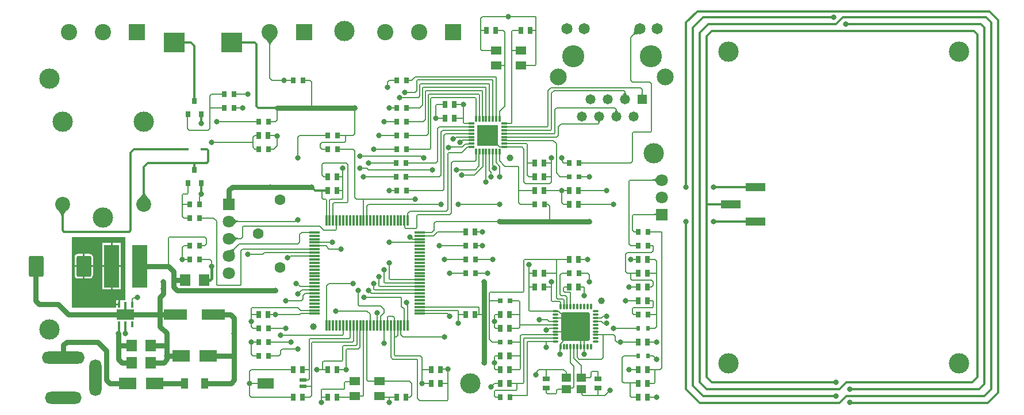
<source format=gtl>
G04*
G04 #@! TF.GenerationSoftware,Altium Limited,Altium Designer,22.11.1 (43)*
G04*
G04 Layer_Physical_Order=1*
G04 Layer_Color=255*
%FSLAX26Y26*%
%MOIN*%
G70*
G04*
G04 #@! TF.SameCoordinates,FE5708A9-2E2A-4F9C-B417-3F3F3253DDB8*
G04*
G04*
G04 #@! TF.FilePolarity,Positive*
G04*
G01*
G75*
%ADD15R,0.062992X0.070866*%
%ADD16R,0.137795X0.062992*%
%ADD17R,0.116535X0.050000*%
%ADD18R,0.062992X0.049213*%
%ADD19R,0.027559X0.039370*%
G04:AMPARAMS|DCode=20|XSize=33.071mil|YSize=10.63mil|CornerRadius=1.329mil|HoleSize=0mil|Usage=FLASHONLY|Rotation=270.000|XOffset=0mil|YOffset=0mil|HoleType=Round|Shape=RoundedRectangle|*
%AMROUNDEDRECTD20*
21,1,0.033071,0.007973,0,0,270.0*
21,1,0.030413,0.010630,0,0,270.0*
1,1,0.002657,-0.003986,-0.015207*
1,1,0.002657,-0.003986,0.015207*
1,1,0.002657,0.003986,0.015207*
1,1,0.002657,0.003986,-0.015207*
%
%ADD20ROUNDEDRECTD20*%
G04:AMPARAMS|DCode=21|XSize=33.071mil|YSize=10.63mil|CornerRadius=1.329mil|HoleSize=0mil|Usage=FLASHONLY|Rotation=180.000|XOffset=0mil|YOffset=0mil|HoleType=Round|Shape=RoundedRectangle|*
%AMROUNDEDRECTD21*
21,1,0.033071,0.007973,0,0,180.0*
21,1,0.030413,0.010630,0,0,180.0*
1,1,0.002657,-0.015207,0.003986*
1,1,0.002657,0.015207,0.003986*
1,1,0.002657,0.015207,-0.003986*
1,1,0.002657,-0.015207,-0.003986*
%
%ADD21ROUNDEDRECTD21*%
G04:AMPARAMS|DCode=23|XSize=85.827mil|YSize=122.835mil|CornerRadius=10.728mil|HoleSize=0mil|Usage=FLASHONLY|Rotation=0.000|XOffset=0mil|YOffset=0mil|HoleType=Round|Shape=RoundedRectangle|*
%AMROUNDEDRECTD23*
21,1,0.085827,0.101378,0,0,0.0*
21,1,0.064370,0.122835,0,0,0.0*
1,1,0.021457,0.032185,-0.050689*
1,1,0.021457,-0.032185,-0.050689*
1,1,0.021457,-0.032185,0.050689*
1,1,0.021457,0.032185,0.050689*
%
%ADD23ROUNDEDRECTD23*%
%ADD24C,0.039370*%
%ADD25R,0.098425X0.066929*%
%ADD26R,0.025591X0.035433*%
%ADD27R,0.029528X0.027559*%
%ADD28R,0.061024X0.011811*%
%ADD29R,0.011811X0.061024*%
%ADD30R,0.120079X0.118110*%
%ADD31R,0.031496X0.035433*%
%ADD32R,0.043307X0.023622*%
%ADD33R,0.094488X0.059055*%
%ADD34R,0.086614X0.248031*%
%ADD35R,0.016535X0.033071*%
%ADD36R,0.039370X0.062992*%
%ADD37R,0.023228X0.017716*%
G04:AMPARAMS|DCode=38|XSize=165.354mil|YSize=165.354mil|CornerRadius=8.268mil|HoleSize=0mil|Usage=FLASHONLY|Rotation=0.000|XOffset=0mil|YOffset=0mil|HoleType=Round|Shape=RoundedRectangle|*
%AMROUNDEDRECTD38*
21,1,0.165354,0.148819,0,0,0.0*
21,1,0.148819,0.165354,0,0,0.0*
1,1,0.016535,0.074409,-0.074409*
1,1,0.016535,-0.074409,-0.074409*
1,1,0.016535,-0.074409,0.074409*
1,1,0.016535,0.074409,0.074409*
%
%ADD38ROUNDEDRECTD38*%
G04:AMPARAMS|DCode=39|XSize=31.496mil|YSize=11.811mil|CornerRadius=2.953mil|HoleSize=0mil|Usage=FLASHONLY|Rotation=270.000|XOffset=0mil|YOffset=0mil|HoleType=Round|Shape=RoundedRectangle|*
%AMROUNDEDRECTD39*
21,1,0.031496,0.005905,0,0,270.0*
21,1,0.025590,0.011811,0,0,270.0*
1,1,0.005906,-0.002953,-0.012795*
1,1,0.005906,-0.002953,0.012795*
1,1,0.005906,0.002953,0.012795*
1,1,0.005906,0.002953,-0.012795*
%
%ADD39ROUNDEDRECTD39*%
G04:AMPARAMS|DCode=40|XSize=31.496mil|YSize=11.811mil|CornerRadius=2.953mil|HoleSize=0mil|Usage=FLASHONLY|Rotation=180.000|XOffset=0mil|YOffset=0mil|HoleType=Round|Shape=RoundedRectangle|*
%AMROUNDEDRECTD40*
21,1,0.031496,0.005905,0,0,180.0*
21,1,0.025590,0.011811,0,0,180.0*
1,1,0.005906,-0.012795,0.002953*
1,1,0.005906,0.012795,0.002953*
1,1,0.005906,0.012795,-0.002953*
1,1,0.005906,-0.012795,-0.002953*
%
%ADD40ROUNDEDRECTD40*%
%ADD41R,0.023622X0.031496*%
%ADD42R,0.039370X0.027559*%
%ADD43R,0.055118X0.047244*%
%ADD90R,0.122047X0.122047*%
%ADD91R,0.098425X0.062992*%
%ADD92C,0.014000*%
%ADD93C,0.008000*%
%ADD94C,0.030000*%
%ADD95C,0.015000*%
%ADD96O,0.248031X0.070866*%
%ADD97O,0.212598X0.070866*%
%ADD98O,0.070866X0.212598*%
%ADD99C,0.097441*%
%ADD100C,0.064961*%
%ADD101C,0.058189*%
%ADD102R,0.058189X0.058189*%
%ADD103C,0.128346*%
%ADD104C,0.062992*%
%ADD105R,0.094488X0.094488*%
%ADD106C,0.094488*%
%ADD107C,0.086614*%
%ADD108C,0.086614*%
%ADD109C,0.118110*%
%ADD110R,0.070866X0.070866*%
%ADD111C,0.070866*%
%ADD112C,0.032000*%
G36*
X600000Y641032D02*
X585038D01*
X580866Y643032D01*
Y643032D01*
X580866Y643032D01*
X567598D01*
Y616496D01*
X562598D01*
Y611496D01*
X544331D01*
Y600000D01*
X290000D01*
Y1010000D01*
X600000D01*
Y641032D01*
D02*
G37*
G36*
X1235317Y939660D02*
X1233419Y937559D01*
X1231862Y935396D01*
X1230647Y933169D01*
X1229774Y930880D01*
X1229243Y928527D01*
X1229052Y926111D01*
X1229204Y923632D01*
X1229697Y921090D01*
X1230531Y918485D01*
X1231707Y915816D01*
X1202156Y935367D01*
X1205398Y935274D01*
X1208505Y935396D01*
X1211476Y935735D01*
X1214313Y936289D01*
X1217015Y937060D01*
X1219582Y938047D01*
X1222014Y939250D01*
X1224311Y940670D01*
X1226473Y942305D01*
X1228500Y944157D01*
X1235317Y939660D01*
D02*
G37*
G36*
X1252923Y996000D02*
X1250123Y995863D01*
X1247452Y995451D01*
X1244908Y994765D01*
X1242493Y993805D01*
X1240205Y992571D01*
X1238045Y991062D01*
X1236013Y989279D01*
X1234110Y987221D01*
X1232334Y984890D01*
X1230686Y982284D01*
Y1017716D01*
X1232334Y1015110D01*
X1234110Y1012779D01*
X1236013Y1010721D01*
X1238045Y1008938D01*
X1240205Y1007429D01*
X1242493Y1006195D01*
X1244908Y1005235D01*
X1247452Y1004549D01*
X1250123Y1004137D01*
X1252923Y1004000D01*
Y996000D01*
D02*
G37*
G36*
X226779Y1130492D02*
X226546Y1133559D01*
X225846Y1136784D01*
X224681Y1140168D01*
X223048Y1143710D01*
X220950Y1147411D01*
X218386Y1151269D01*
X215355Y1155286D01*
X207894Y1163794D01*
X203464Y1168286D01*
X264094D01*
X259664Y1163794D01*
X252203Y1155286D01*
X249172Y1151269D01*
X246608Y1147411D01*
X244509Y1143710D01*
X242877Y1140168D01*
X241712Y1136784D01*
X241012Y1133559D01*
X240779Y1130492D01*
X226779D01*
D02*
G37*
G36*
X713221Y1267935D02*
X713454Y1264868D01*
X714154Y1261642D01*
X715319Y1258258D01*
X716951Y1254716D01*
X719050Y1251016D01*
X721614Y1247157D01*
X724645Y1243140D01*
X732106Y1234632D01*
X736536Y1230141D01*
X675906D01*
X680336Y1234632D01*
X687797Y1243140D01*
X690827Y1247157D01*
X693392Y1251016D01*
X695490Y1254716D01*
X697123Y1258258D01*
X698288Y1261642D01*
X698988Y1264868D01*
X699221Y1267935D01*
X713221D01*
D02*
G37*
G36*
X1252923Y1096000D02*
X1250123Y1095863D01*
X1247452Y1095451D01*
X1244908Y1094765D01*
X1242493Y1093805D01*
X1240205Y1092571D01*
X1238045Y1091062D01*
X1236013Y1089279D01*
X1234110Y1087221D01*
X1232334Y1084890D01*
X1230686Y1082284D01*
Y1117716D01*
X1232334Y1115110D01*
X1234110Y1112779D01*
X1236013Y1110721D01*
X1238045Y1108938D01*
X1240205Y1107429D01*
X1242493Y1106195D01*
X1244908Y1105235D01*
X1247452Y1104549D01*
X1250123Y1104137D01*
X1252923Y1104000D01*
Y1096000D01*
D02*
G37*
G36*
X1433008Y2124579D02*
X1432717Y2127369D01*
X1431845Y2130466D01*
X1430391Y2133869D01*
X1428357Y2137578D01*
X1425740Y2141593D01*
X1422542Y2145914D01*
X1414402Y2155475D01*
X1403937Y2166261D01*
X1470079D01*
X1464555Y2160715D01*
X1451473Y2145914D01*
X1448276Y2141593D01*
X1445659Y2137578D01*
X1443624Y2133869D01*
X1442171Y2130466D01*
X1441299Y2127369D01*
X1441008Y2124579D01*
X1433008D01*
D02*
G37*
G36*
X3666687Y1144000D02*
X3668230Y1144040D01*
X3669610Y1144160D01*
X3670828Y1144360D01*
X3671884Y1144640D01*
X3672777Y1145000D01*
X3673508Y1145440D01*
X3674076Y1145960D01*
X3674482Y1146560D01*
X3674726Y1147240D01*
X3674807Y1148000D01*
Y1132000D01*
X3674726Y1132760D01*
X3674482Y1133440D01*
X3674076Y1134040D01*
X3673508Y1134560D01*
X3672777Y1135000D01*
X3671884Y1135360D01*
X3670828Y1135640D01*
X3669610Y1135840D01*
X3668230Y1135960D01*
X3666687Y1136000D01*
Y1144000D01*
D02*
G37*
G36*
X3657077Y1344000D02*
X3659876Y1344137D01*
X3662548Y1344549D01*
X3665092Y1345235D01*
X3667508Y1346195D01*
X3669795Y1347429D01*
X3671955Y1348938D01*
X3673987Y1350721D01*
X3675890Y1352779D01*
X3677666Y1355110D01*
X3679314Y1357716D01*
Y1322284D01*
X3677666Y1324890D01*
X3675890Y1327221D01*
X3673987Y1329279D01*
X3671955Y1331062D01*
X3669795Y1332571D01*
X3667508Y1333805D01*
X3665092Y1334765D01*
X3662548Y1335451D01*
X3659876Y1335863D01*
X3657077Y1336000D01*
Y1344000D01*
D02*
G37*
G36*
X3341039Y1672381D02*
X3340979Y1673956D01*
X3340798Y1675411D01*
X3340496Y1676748D01*
X3340073Y1677965D01*
X3339530Y1679064D01*
X3338866Y1680043D01*
X3338081Y1680903D01*
X3337176Y1681645D01*
X3336150Y1682267D01*
X3335003Y1682770D01*
X3355076D01*
X3353929Y1682267D01*
X3352903Y1681645D01*
X3351997Y1680903D01*
X3351213Y1680043D01*
X3350549Y1679064D01*
X3350005Y1677965D01*
X3349583Y1676748D01*
X3349281Y1675411D01*
X3349100Y1673956D01*
X3349039Y1672381D01*
X3341039D01*
D02*
G37*
G36*
X3449039Y1750000D02*
X3449126Y1748143D01*
X3449385Y1746395D01*
X3449816Y1744754D01*
X3450420Y1743221D01*
X3451197Y1741796D01*
X3452147Y1740479D01*
X3453269Y1739269D01*
X3454563Y1738168D01*
X3456031Y1737174D01*
X3457671Y1736288D01*
X3432408D01*
X3434048Y1737174D01*
X3435515Y1738168D01*
X3436810Y1739269D01*
X3437932Y1740479D01*
X3438882Y1741796D01*
X3439658Y1743221D01*
X3440263Y1744754D01*
X3440694Y1746395D01*
X3440953Y1748143D01*
X3441039Y1750000D01*
X3449039D01*
D02*
G37*
G36*
X3499039Y1852636D02*
X3499157Y1850555D01*
X3499508Y1848534D01*
X3500093Y1846575D01*
X3500912Y1844677D01*
X3501966Y1842840D01*
X3503254Y1841064D01*
X3504776Y1839349D01*
X3506532Y1837695D01*
X3508522Y1836101D01*
X3510746Y1834569D01*
X3479333D01*
X3481557Y1836101D01*
X3483547Y1837695D01*
X3485303Y1839349D01*
X3486825Y1841064D01*
X3488113Y1842840D01*
X3489166Y1844677D01*
X3489986Y1846575D01*
X3490571Y1848534D01*
X3490922Y1850555D01*
X3491039Y1852636D01*
X3499039D01*
D02*
G37*
G36*
X3599039Y1847053D02*
X3599079Y1845510D01*
X3599199Y1844130D01*
X3599399Y1842912D01*
X3599679Y1841856D01*
X3600039Y1840963D01*
X3600479Y1840232D01*
X3600999Y1839664D01*
X3601599Y1839258D01*
X3602279Y1839014D01*
X3603039Y1838933D01*
X3587039D01*
X3587799Y1839014D01*
X3588479Y1839258D01*
X3589079Y1839664D01*
X3589599Y1840232D01*
X3590039Y1840963D01*
X3590399Y1841856D01*
X3590679Y1842912D01*
X3590879Y1844130D01*
X3590999Y1845510D01*
X3591039Y1847053D01*
X3599039D01*
D02*
G37*
G36*
X3541662Y2186177D02*
X3543025Y2187805D01*
X3544238Y2189813D01*
X3545303Y2192202D01*
X3546218Y2194973D01*
X3546985Y2198124D01*
X3547603Y2201657D01*
X3548072Y2205570D01*
X3548562Y2214540D01*
X3548584Y2219596D01*
X3580738Y2187443D01*
X3575682Y2187421D01*
X3562798Y2186461D01*
X3559266Y2185843D01*
X3556115Y2185077D01*
X3553344Y2184161D01*
X3550955Y2183096D01*
X3548946Y2181883D01*
X3547319Y2180520D01*
X3541662Y2186177D01*
D02*
G37*
%LPC*%
G36*
X572598Y974016D02*
X524291D01*
Y845000D01*
X572598D01*
Y974016D01*
D02*
G37*
G36*
X514291D02*
X465984D01*
Y845000D01*
X514291D01*
Y974016D01*
D02*
G37*
G36*
X389390Y911823D02*
X362205D01*
Y845000D01*
X410524D01*
Y890689D01*
X408915Y898777D01*
X404334Y905633D01*
X397478Y910215D01*
X389390Y911823D01*
D02*
G37*
G36*
X352205D02*
X325020D01*
X316932Y910215D01*
X310075Y905633D01*
X305494Y898777D01*
X303885Y890689D01*
Y845000D01*
X352205D01*
Y911823D01*
D02*
G37*
G36*
X410524Y835000D02*
X362205D01*
Y768177D01*
X389390D01*
X397478Y769785D01*
X404334Y774367D01*
X408915Y781223D01*
X410524Y789311D01*
Y835000D01*
D02*
G37*
G36*
X352205D02*
X303885D01*
Y789311D01*
X305494Y781223D01*
X310075Y774367D01*
X316932Y769785D01*
X325020Y768177D01*
X352205D01*
Y835000D01*
D02*
G37*
G36*
X572598D02*
X524291D01*
Y705984D01*
X572598D01*
Y835000D01*
D02*
G37*
G36*
X514291D02*
X465984D01*
Y705984D01*
X514291D01*
Y835000D01*
D02*
G37*
G36*
X557598Y643032D02*
X544331D01*
Y621496D01*
X557598D01*
Y643032D01*
D02*
G37*
%LPD*%
G54D15*
X1055118Y760000D02*
D03*
X944882D02*
D03*
X745118Y380000D02*
D03*
X634882D02*
D03*
X745118Y280000D02*
D03*
X634882D02*
D03*
G54D16*
X889764Y560000D02*
D03*
X1110236D02*
D03*
G54D17*
X4251732Y1300000D02*
D03*
X4110000Y1200000D02*
D03*
X4251732Y1100000D02*
D03*
G54D18*
X2892835Y2006693D02*
D03*
X2747165Y2093307D02*
D03*
Y2006693D02*
D03*
X2892835Y2093307D02*
D03*
X2072835Y173307D02*
D03*
X1927165Y86693D02*
D03*
Y173307D02*
D03*
X2072835Y86693D02*
D03*
G54D19*
X2893425Y2210000D02*
D03*
X2946575D02*
D03*
X2746575D02*
D03*
X2693425D02*
D03*
X2453425Y1700000D02*
D03*
X2506575D02*
D03*
X2453425Y1780000D02*
D03*
X2506575D02*
D03*
X1426575Y1600000D02*
D03*
X1373425D02*
D03*
X3026575Y1280000D02*
D03*
X2973425D02*
D03*
X3173425Y1200000D02*
D03*
X3226575D02*
D03*
X3173425Y1280000D02*
D03*
X3226575D02*
D03*
X3026575Y1440000D02*
D03*
X2973425D02*
D03*
X3026575Y1360000D02*
D03*
X2973425D02*
D03*
X2573425Y560000D02*
D03*
X2626575D02*
D03*
X2426575Y240000D02*
D03*
X2373425D02*
D03*
Y160000D02*
D03*
X2426575D02*
D03*
X2173425Y80000D02*
D03*
X2226575D02*
D03*
X1773425D02*
D03*
X1826575D02*
D03*
X1773425Y240000D02*
D03*
X1826575D02*
D03*
X2626575Y1040000D02*
D03*
X2573425D02*
D03*
X1826575Y1360000D02*
D03*
X1773425D02*
D03*
X1573425Y80000D02*
D03*
X1626575D02*
D03*
X1826575Y1280000D02*
D03*
X1773425D02*
D03*
X3573425Y400000D02*
D03*
X3626575D02*
D03*
Y240000D02*
D03*
X3573425D02*
D03*
Y720000D02*
D03*
X3626575D02*
D03*
X3173425Y880000D02*
D03*
X3226575D02*
D03*
X3573425Y80000D02*
D03*
X3626575D02*
D03*
Y160000D02*
D03*
X3573425D02*
D03*
Y880000D02*
D03*
X3626575D02*
D03*
X3573425Y800000D02*
D03*
X3626575D02*
D03*
X3573425Y640000D02*
D03*
X3626575D02*
D03*
X2826575Y160000D02*
D03*
X2773425D02*
D03*
Y320000D02*
D03*
X2826575D02*
D03*
Y240000D02*
D03*
X2773425D02*
D03*
Y560000D02*
D03*
X2826575D02*
D03*
Y480000D02*
D03*
X2773425D02*
D03*
X3173425Y720000D02*
D03*
X3226575D02*
D03*
X3026575Y800000D02*
D03*
X2973425D02*
D03*
X3026575Y720000D02*
D03*
X2973425D02*
D03*
X1426575Y560000D02*
D03*
X1373425D02*
D03*
X1626575Y240000D02*
D03*
X1573425D02*
D03*
G54D20*
X2768898Y1695866D02*
D03*
X2749213D02*
D03*
X2729528D02*
D03*
X2709843D02*
D03*
X2690157D02*
D03*
X2670472D02*
D03*
X2650787D02*
D03*
X2631102D02*
D03*
Y1504134D02*
D03*
X2650787D02*
D03*
X2670472D02*
D03*
X2690157D02*
D03*
X2709843D02*
D03*
X2729528D02*
D03*
X2749213D02*
D03*
X2768898D02*
D03*
G54D21*
X2795866Y1531102D02*
D03*
Y1550787D02*
D03*
Y1570472D02*
D03*
Y1590158D02*
D03*
Y1609842D02*
D03*
Y1629528D02*
D03*
Y1649213D02*
D03*
Y1668898D02*
D03*
X2604134D02*
D03*
Y1649213D02*
D03*
Y1629528D02*
D03*
Y1609842D02*
D03*
Y1590158D02*
D03*
Y1570472D02*
D03*
Y1550787D02*
D03*
Y1531102D02*
D03*
G54D23*
X357205Y840000D02*
D03*
X82795D02*
D03*
G54D24*
X2830000Y1470000D02*
D03*
X3360000Y640000D02*
D03*
X1690000Y490000D02*
D03*
G54D25*
X1078740Y320000D02*
D03*
X921260D02*
D03*
X611260Y160000D02*
D03*
X768740D02*
D03*
G54D26*
X2171457Y1920000D02*
D03*
X2228543D02*
D03*
X1828543Y1520000D02*
D03*
X1771457D02*
D03*
X1371457Y1680000D02*
D03*
X1428543D02*
D03*
Y1520000D02*
D03*
X1371457D02*
D03*
X1771457Y1600000D02*
D03*
X1828543D02*
D03*
X2971457Y1200000D02*
D03*
X3028543D02*
D03*
X3228543Y1440000D02*
D03*
X3171457D02*
D03*
X2571457Y800000D02*
D03*
X2628543D02*
D03*
X2571457Y880000D02*
D03*
X2628543D02*
D03*
X2571457Y960000D02*
D03*
X2628543D02*
D03*
X1428543Y480000D02*
D03*
X1371457D02*
D03*
X2170000Y1360000D02*
D03*
X2227087D02*
D03*
X2171457Y1280000D02*
D03*
X2228543D02*
D03*
X2171457Y1600000D02*
D03*
X2228543D02*
D03*
X2170000Y1440000D02*
D03*
X2227087D02*
D03*
X2171457Y1520000D02*
D03*
X2228543D02*
D03*
X2171457Y1760000D02*
D03*
X2228543D02*
D03*
X2171457Y1680000D02*
D03*
X2228543D02*
D03*
X1571457Y1920000D02*
D03*
X1628543D02*
D03*
X1371457Y400000D02*
D03*
X1428543D02*
D03*
X1371457Y320000D02*
D03*
X1428543D02*
D03*
X1171457Y1760000D02*
D03*
X1228543D02*
D03*
Y1840000D02*
D03*
X1171457D02*
D03*
X971457Y960000D02*
D03*
X1028543D02*
D03*
Y1120000D02*
D03*
X971457D02*
D03*
Y880000D02*
D03*
X1028543D02*
D03*
X971457Y1200000D02*
D03*
X1028543D02*
D03*
X2828543Y80000D02*
D03*
X2771457D02*
D03*
X3571457Y1040000D02*
D03*
X3628543D02*
D03*
X3571457Y960000D02*
D03*
X3628543D02*
D03*
X3571457Y560000D02*
D03*
X3628543D02*
D03*
X3228543Y800000D02*
D03*
X3171457D02*
D03*
G54D27*
X3228543Y1360000D02*
D03*
X3171457D02*
D03*
X2828543Y640000D02*
D03*
X2771457D02*
D03*
Y400000D02*
D03*
X2828543D02*
D03*
G54D28*
X1694882Y563779D02*
D03*
Y583465D02*
D03*
Y603150D02*
D03*
Y622835D02*
D03*
Y642520D02*
D03*
Y662205D02*
D03*
Y681890D02*
D03*
Y701575D02*
D03*
Y721260D02*
D03*
Y740945D02*
D03*
Y760630D02*
D03*
Y780315D02*
D03*
Y800000D02*
D03*
Y819685D02*
D03*
Y839370D02*
D03*
Y859055D02*
D03*
Y878740D02*
D03*
Y898425D02*
D03*
Y918110D02*
D03*
Y937795D02*
D03*
Y957480D02*
D03*
Y977165D02*
D03*
Y996850D02*
D03*
Y1016535D02*
D03*
Y1036220D02*
D03*
X2305118D02*
D03*
Y1016535D02*
D03*
Y996850D02*
D03*
Y977165D02*
D03*
Y957480D02*
D03*
Y937795D02*
D03*
Y918110D02*
D03*
Y898425D02*
D03*
Y878740D02*
D03*
Y859055D02*
D03*
Y839370D02*
D03*
Y819685D02*
D03*
Y800000D02*
D03*
Y780315D02*
D03*
Y760630D02*
D03*
Y740945D02*
D03*
Y721260D02*
D03*
Y701575D02*
D03*
Y681890D02*
D03*
Y662205D02*
D03*
Y642520D02*
D03*
Y622835D02*
D03*
Y603150D02*
D03*
Y583465D02*
D03*
Y563779D02*
D03*
G54D29*
X1763780Y1105118D02*
D03*
X1783465D02*
D03*
X1803150D02*
D03*
X1822835D02*
D03*
X1842520D02*
D03*
X1862205D02*
D03*
X1881890D02*
D03*
X1901575D02*
D03*
X1921260D02*
D03*
X1940945D02*
D03*
X1960630D02*
D03*
X1980315D02*
D03*
X2000000D02*
D03*
X2019685D02*
D03*
X2039370D02*
D03*
X2059055D02*
D03*
X2078740D02*
D03*
X2098425D02*
D03*
X2118110D02*
D03*
X2137795D02*
D03*
X2157480D02*
D03*
X2177165D02*
D03*
X2196850D02*
D03*
X2216535D02*
D03*
X2236220D02*
D03*
Y494882D02*
D03*
X2216535D02*
D03*
X2196850D02*
D03*
X2177165D02*
D03*
X2157480D02*
D03*
X2137795D02*
D03*
X2118110D02*
D03*
X2098425D02*
D03*
X2078740D02*
D03*
X2059055D02*
D03*
X2039370D02*
D03*
X2019685D02*
D03*
X2000000D02*
D03*
X1980315D02*
D03*
X1960630D02*
D03*
X1940945D02*
D03*
X1921260D02*
D03*
X1901575D02*
D03*
X1881890D02*
D03*
X1862205D02*
D03*
X1842520D02*
D03*
X1822835D02*
D03*
X1803150D02*
D03*
X1783465D02*
D03*
X1763780D02*
D03*
G54D30*
X883661Y2140000D02*
D03*
X1216339D02*
D03*
G54D31*
X1037402Y1720630D02*
D03*
X1000000Y1799370D02*
D03*
X962598Y1720630D02*
D03*
X1037402Y1320630D02*
D03*
X1000000Y1399370D02*
D03*
X962598Y1320630D02*
D03*
G54D32*
X1629252Y177716D02*
D03*
Y142284D02*
D03*
G54D33*
X1410748Y160000D02*
D03*
G54D34*
X519291Y840000D02*
D03*
X680709D02*
D03*
G54D35*
X637402Y503504D02*
D03*
X600000D02*
D03*
X562598D02*
D03*
Y616496D02*
D03*
X600000D02*
D03*
X637402D02*
D03*
G54D36*
X1059055Y160000D02*
D03*
X940945D02*
D03*
G54D37*
X1044291Y1520000D02*
D03*
X955709D02*
D03*
G54D38*
X3209528Y489528D02*
D03*
G54D39*
X3120945Y605669D02*
D03*
X3140630D02*
D03*
X3160315D02*
D03*
X3180000D02*
D03*
X3199685D02*
D03*
X3219370D02*
D03*
X3239055D02*
D03*
X3258740D02*
D03*
X3278425D02*
D03*
X3298110D02*
D03*
Y373386D02*
D03*
X3278425D02*
D03*
X3258740D02*
D03*
X3239055D02*
D03*
X3219370D02*
D03*
X3199685D02*
D03*
X3180000D02*
D03*
X3160315D02*
D03*
X3140630D02*
D03*
X3120945D02*
D03*
G54D40*
X3325669Y578110D02*
D03*
Y558425D02*
D03*
Y538740D02*
D03*
Y519055D02*
D03*
Y499370D02*
D03*
Y479685D02*
D03*
Y460000D02*
D03*
Y440315D02*
D03*
Y420630D02*
D03*
Y400945D02*
D03*
X3093386D02*
D03*
Y420630D02*
D03*
Y440315D02*
D03*
Y460000D02*
D03*
Y479685D02*
D03*
Y499370D02*
D03*
Y519055D02*
D03*
Y538740D02*
D03*
Y558425D02*
D03*
Y578110D02*
D03*
G54D41*
X3572441Y320000D02*
D03*
X3627559D02*
D03*
X3572441Y480000D02*
D03*
X3627559D02*
D03*
G54D42*
X3340000Y186575D02*
D03*
Y133425D02*
D03*
X3040000D02*
D03*
Y186575D02*
D03*
G54D43*
X3156693Y193465D02*
D03*
X3243307D02*
D03*
X3156693Y126535D02*
D03*
X3243307D02*
D03*
G54D90*
X2700000Y1600000D02*
D03*
G54D91*
X600000Y560000D02*
D03*
G54D92*
X562598Y450000D02*
Y503504D01*
X241980Y1040000D02*
X621799D01*
X233779Y1048201D02*
X241980Y1040000D01*
X233779Y1048201D02*
Y1199213D01*
X621799Y1040000D02*
X630000Y1048201D01*
Y1500000D01*
X1000000Y1799370D02*
Y2120000D01*
X980000Y2140000D02*
X1000000Y2120000D01*
X883661Y2140000D02*
X980000D01*
X3850000Y1300000D02*
Y2255590D01*
X3850000Y125590D02*
Y1100000D01*
X4010000D02*
X4240000D01*
X4010000Y1300000D02*
X4250000D01*
X706221Y1199213D02*
Y1416221D01*
X730000Y1440000D01*
X1000000D01*
X650000Y1520000D02*
X955709D01*
X1040000Y1260000D02*
Y1318032D01*
Y1253506D02*
Y1260000D01*
X3970000Y1200000D02*
X4100000D01*
X3970000D02*
Y2175590D01*
Y195590D02*
Y1200000D01*
X3850000Y125590D02*
X3930000Y45590D01*
X4740000D01*
X4780000Y85590D01*
X5580000D01*
X5620000Y125590D01*
X3930000Y165590D02*
X3970000Y125590D01*
X4740000D01*
X3970000Y2175590D02*
X4000000Y2205590D01*
X5590000Y2285590D02*
X5620000Y2255590D01*
X5520000Y2205590D02*
X5540000Y2185590D01*
X4720000Y2245590D02*
X4760000Y2285590D01*
X3890000Y145590D02*
Y2225590D01*
X5510000Y165590D02*
X5540000Y195590D01*
X3930000Y2195590D02*
X3980000Y2245590D01*
X4740000Y125590D02*
X4780000Y165590D01*
X5620000Y125590D02*
Y2255590D01*
X4000000Y2205590D02*
X5520000D01*
X4760000Y2285590D02*
X5590000D01*
X5540000Y195590D02*
Y2185590D01*
X3930000Y165590D02*
Y2195590D01*
X3980000Y2245590D02*
X4720000D01*
X4780000Y165590D02*
X5510000D01*
X3850000Y2255590D02*
X3914410Y2320000D01*
X600000Y450000D02*
Y503504D01*
Y560000D02*
Y616496D01*
X630000Y1500000D02*
X650000Y1520000D01*
X1080000Y1448201D02*
Y1511799D01*
X1071799Y1520000D02*
X1080000Y1511799D01*
X1044291Y1520000D02*
X1071799D01*
X1000000Y1440000D02*
X1071799D01*
X1000000Y1399370D02*
Y1440000D01*
X1071799D02*
X1080000Y1448201D01*
X1370000Y1760000D02*
X1480000D01*
X1360000Y1770000D02*
Y2130000D01*
Y1770000D02*
X1370000Y1760000D01*
X1256339Y2140000D02*
X1350000D01*
X1360000Y2130000D01*
X1038701Y1671299D02*
Y1719331D01*
X1037402Y1720630D02*
X1038701Y1719331D01*
Y1671299D02*
X1040000Y1670000D01*
X1033444Y1716672D02*
X1037402Y1720630D01*
X1680000Y1300000D02*
X1700000Y1280000D01*
X1744686D01*
X1744686Y1280000D02*
X1773425D01*
X3914410Y2320000D02*
X5610000D01*
X5660000Y2270000D01*
X4800000Y48685D02*
X4803095Y45590D01*
X5600000D01*
X3890000Y2225590D02*
X3950000Y2285590D01*
X4705000D01*
X4775000Y2245590D02*
X5560000D01*
X5580000Y2225590D01*
Y155590D02*
Y2225590D01*
X5550000Y125590D02*
X5580000Y155590D01*
X4800000Y125590D02*
X5550000D01*
X4000000Y165590D02*
X4720000D01*
X3970000Y195590D02*
X4000000Y165590D01*
X3890000Y145590D02*
X3950000Y85590D01*
X4720000D01*
X5600000Y45590D02*
X5660000Y105590D01*
Y2270000D01*
G54D93*
X3540000Y1910000D02*
X3640000D01*
X3530000Y1920000D02*
Y2168858D01*
X3581063Y2219921D01*
X3530000Y1920000D02*
X3540000Y1910000D01*
X3640000D02*
X3650000Y1900000D01*
Y1624686D02*
Y1900000D01*
X3540000Y1450000D02*
Y1615314D01*
X3645314Y1620000D02*
X3650000Y1624686D01*
X3544686Y1620000D02*
X3645314D01*
X3540000Y1615314D02*
X3544686Y1620000D01*
X3530000Y1440000D02*
X3540000Y1450000D01*
X3226575Y1200000D02*
X3430000D01*
X3381686Y1281686D02*
X3388314D01*
X3380000Y1280000D02*
X3381686Y1281686D01*
X3388314D02*
X3390000Y1280000D01*
X3090000Y1614686D02*
Y1750000D01*
X3435039Y1760000D02*
X3445039Y1750000D01*
Y1710079D02*
Y1750000D01*
X3100000Y1760000D02*
X3435039D01*
X3090000Y1750000D02*
X3100000Y1760000D01*
X3086000Y1860000D02*
X3487675D01*
X3066000Y1876000D02*
X3584000D01*
X3070000Y1844000D02*
X3086000Y1860000D01*
X3487675D02*
X3495039Y1852636D01*
X3584000Y1876000D02*
X3595039Y1864961D01*
X3050000Y1860000D02*
X3066000Y1876000D01*
X3226575Y1280000D02*
X3380000D01*
X3131799Y1448201D02*
Y1468201D01*
X3140000Y1440000D02*
X3171457D01*
X3130000Y1470000D02*
X3131799Y1468201D01*
Y1448201D02*
X3140000Y1440000D01*
X3345039Y1672381D02*
Y1710079D01*
X3125000Y1665000D02*
X3337658D01*
X3345039Y1672381D01*
X3110000Y1650000D02*
X3125000Y1665000D01*
X3110000Y1600000D02*
Y1650000D01*
X3495039Y1810079D02*
Y1852636D01*
X3070000Y1634214D02*
Y1844000D01*
X2795866Y1649213D02*
X3045314D01*
X3050000Y1653899D01*
Y1860000D01*
X3595039Y1810079D02*
Y1864961D01*
X3258740Y373386D02*
Y489528D01*
X3239055Y373386D02*
Y489528D01*
X3232835Y136063D02*
X3244400Y124497D01*
X645408Y655408D02*
X665408D01*
X670000Y660000D01*
X637402Y647402D02*
X645408Y655408D01*
X1028543Y880000D02*
X1090000D01*
X1100000Y840000D02*
Y870000D01*
X1090000Y880000D02*
X1100000Y870000D01*
X1110000Y1120000D02*
X1128000Y1102000D01*
X1132686Y727000D02*
X1265314D01*
X1128000Y731686D02*
Y1102000D01*
Y731686D02*
X1132686Y727000D01*
X880000Y763787D02*
X883787Y760000D01*
X850000Y1005314D02*
X854686Y1010000D01*
X850000Y840000D02*
Y1005314D01*
X854686Y1010000D02*
X1060000D01*
X1470000Y560000D02*
X1610000D01*
X1426575D02*
X1470000D01*
X1028543Y1120000D02*
X1110000D01*
X2820000Y2290000D02*
X2975314D01*
X2980000Y2210000D02*
Y2285314D01*
X2670000Y2290000D02*
X2820000D01*
X2975314D02*
X2980000Y2285314D01*
X2946575Y2210000D02*
X2980000D01*
X2892835Y2006693D02*
X2975314D01*
X2980000Y2011379D01*
Y2210000D01*
X1734592Y48685D02*
Y80000D01*
Y120627D01*
Y80000D02*
X1773425D01*
X1734592Y120627D02*
X1739278Y125314D01*
X1865002D01*
X1334686Y600000D02*
X1600000D01*
X1616535Y583465D02*
X1694882D01*
X1600000Y600000D02*
X1616535Y583465D01*
X1613780Y563779D02*
X1694882D01*
X1610000Y560000D02*
X1613780Y563779D01*
X1437008Y1932992D02*
Y2200000D01*
Y1932992D02*
X1450000Y1920000D01*
X2098425Y494882D02*
X2099213Y494094D01*
Y390787D02*
Y494094D01*
X2466220Y563779D02*
X2480000Y550000D01*
X2305118Y563779D02*
X2466220D01*
X2840000Y2205314D02*
X2844686Y2210000D01*
X2893425D01*
X2840000Y2093307D02*
Y2205314D01*
X2835314Y1668898D02*
X2840000Y1673584D01*
X2795866Y1668898D02*
X2835314D01*
X2840000Y1673584D02*
Y2093307D01*
X2892835D01*
X2768898Y1695866D02*
Y1738898D01*
X2800000Y1770000D02*
Y2003775D01*
X2768898Y1738898D02*
X2800000Y1770000D01*
X2747165Y2006693D02*
X2797082D01*
X2800000Y2003775D01*
Y2006888D02*
Y2200000D01*
X2747360Y2006888D02*
X2800000D01*
X2790000Y2210000D02*
X2800000Y2200000D01*
X2746575Y2210000D02*
X2790000D01*
X2660000Y2100000D02*
X2666693Y2093307D01*
X2660000Y2100000D02*
Y2210000D01*
Y2280000D02*
X2670000Y2290000D01*
X2660000Y2210000D02*
X2693425D01*
X2660000D02*
Y2280000D01*
X2666693Y2093307D02*
X2747165D01*
X2130000Y50000D02*
Y80000D01*
X2173425D01*
X2079528D02*
X2130000D01*
X2260000Y90000D02*
Y160000D01*
X2250000Y80000D02*
X2260000Y90000D01*
X2226575Y80000D02*
X2250000D01*
X1500000Y440000D02*
X1857518D01*
X3520000Y1335314D02*
X3524686Y1340000D01*
X3520000Y970000D02*
Y1335314D01*
Y970000D02*
X3530000Y960000D01*
X2729528Y1426686D02*
Y1504134D01*
X2740000Y1410000D02*
Y1416214D01*
X2729528Y1426686D02*
X2740000Y1416214D01*
X2768898Y1451102D02*
X2800000Y1420000D01*
X2875314D01*
X2768898Y1451102D02*
Y1504134D01*
X2749213Y1440787D02*
Y1504134D01*
Y1440787D02*
X2770000Y1420000D01*
Y1360000D02*
Y1420000D01*
X2720000Y1360000D02*
Y1386494D01*
X2709843Y1396652D02*
X2720000Y1386494D01*
X2709843Y1396652D02*
Y1504134D01*
X2690079Y1330079D02*
Y1504055D01*
X2690000Y1330000D02*
X2690079Y1330079D01*
X2880000Y1280000D02*
Y1415314D01*
X2875314Y1420000D02*
X2880000Y1415314D01*
X2427575Y241000D02*
X2470000D01*
X2426575Y240000D02*
X2427575Y241000D01*
X3379528Y89528D02*
X3410000Y120000D01*
X3340000Y89528D02*
X3379528D01*
X3571457Y1040000D02*
X3576770D01*
X3550000D02*
X3571457D01*
X3524686Y1340000D02*
X3710000D01*
X3540000Y1050000D02*
Y1135314D01*
X3544686Y1140000D02*
X3710000D01*
X3540000Y1135314D02*
X3544686Y1140000D01*
X3540000Y1050000D02*
X3550000Y1040000D01*
X3705314D02*
X3710000Y1035314D01*
X3634262Y1040000D02*
X3705314D01*
X3710000Y250000D02*
Y1035314D01*
X1450000Y1920000D02*
X1520000D01*
X1571457D01*
X1680000Y1760000D02*
Y1910000D01*
X1670000Y1920000D02*
X1680000Y1910000D01*
X1628543Y1920000D02*
X1670000D01*
X2740000Y520000D02*
Y555314D01*
Y484686D02*
Y520000D01*
X3627559Y320000D02*
X3660000D01*
X3680000Y300000D01*
X3530000Y960000D02*
X3571457D01*
X1270000Y731686D02*
Y930000D01*
X1265314Y727000D02*
X1270000Y731686D01*
X930000Y880000D02*
X971457D01*
X930000D02*
Y950000D01*
X637402Y616496D02*
Y647402D01*
X940000Y960000D02*
X971457D01*
X930000Y950000D02*
X940000Y960000D01*
X1060000Y1010000D02*
X1070000Y1000000D01*
Y970000D02*
Y1000000D01*
X1060000Y960000D02*
X1070000Y970000D01*
X1028543Y960000D02*
X1060000D01*
X1330000Y560000D02*
X1373425D01*
X1330000Y520000D02*
Y560000D01*
Y595314D02*
X1334686Y600000D01*
X1330000Y560000D02*
Y595314D01*
X970000Y1630000D02*
X1080000D01*
X1090000Y1640000D02*
Y1760000D01*
X1080000Y1630000D02*
X1090000Y1640000D01*
X1396342Y910000D02*
X1404452Y918110D01*
X1310000Y910000D02*
X1396342D01*
X1270000Y930000D02*
X1278898Y938898D01*
X1693780D01*
X1028543Y1242049D02*
X1040000Y1253506D01*
X1028543Y1200000D02*
Y1242049D01*
X1037402Y1320630D02*
X1040000Y1318032D01*
X960000Y1640000D02*
X970000Y1630000D01*
X960000Y1640000D02*
Y1718032D01*
X1090000Y1760000D02*
X1171457D01*
X1100000Y1840000D02*
X1171457D01*
X1090000Y1760000D02*
Y1830000D01*
X1100000Y1840000D01*
X960000Y1718032D02*
X962598Y1720630D01*
X1228543Y1760000D02*
X1280000D01*
X1228543Y1840000D02*
X1310000D01*
X1200000Y1100000D02*
X1583506D01*
X1593506Y1110000D01*
X1600000D01*
X1283496Y1073496D02*
X1726504D01*
X1278374Y1008374D02*
Y1068374D01*
X1283496Y1073496D01*
X1726504D02*
X1750000Y1050000D01*
X1270000Y1000000D02*
X1278374Y1008374D01*
X1200000Y1000000D02*
X1270000D01*
X1610000Y1025314D02*
X1620907Y1036220D01*
X1694882D01*
X1610000Y980000D02*
Y1025314D01*
X1200000Y910000D02*
X1260000Y970000D01*
X1200000Y900000D02*
Y910000D01*
X1260000Y970000D02*
X1600000D01*
X1610000Y980000D01*
X3228543Y1440000D02*
X3530000D01*
X2700000Y1600000D02*
X2768331Y1531669D01*
X2795299D02*
X2795866Y1531102D01*
X2768331Y1531669D02*
X2795299D01*
X3060000Y1100000D02*
Y1190000D01*
X3028543Y1200000D02*
X3050000D01*
X3060000Y1190000D01*
X3228543Y1360000D02*
X3290000D01*
X2400000Y1100000D02*
X2770000D01*
X2390000Y1050000D02*
Y1090000D01*
X2400000Y1100000D01*
X2305118Y1036220D02*
X2376220D01*
X2390000Y1050000D01*
X2386535Y1016535D02*
X2410000Y1040000D01*
X2305118Y1016535D02*
X2386535D01*
X2410000Y1040000D02*
X2573425D01*
X3470000Y400000D02*
X3573425D01*
X3450000D02*
X3470000D01*
X3500000Y640000D02*
X3573425D01*
X3290000Y750000D02*
Y790000D01*
X3228543Y800000D02*
X3280000D01*
X3290000Y790000D01*
X3070000Y640000D02*
Y720000D01*
X3076000Y634000D02*
X3116259D01*
X3070000Y640000D02*
X3076000Y634000D01*
X3026575Y720000D02*
X3070000D01*
Y750000D01*
X2710000Y414686D02*
X2724686Y400000D01*
X2710000Y414686D02*
Y640000D01*
Y685314D02*
X2714686Y690000D01*
X2710000Y640000D02*
X2771457D01*
X2714686Y690000D02*
X2905314D01*
X2710000Y640000D02*
Y685314D01*
X2650000Y560000D02*
X2675909D01*
X2626575D02*
X2650000D01*
X1744686Y1280000D02*
X1744686Y1280000D01*
X1740000Y1275314D02*
X1744686Y1280000D01*
X2305118Y603150D02*
X2645314D01*
X2650000Y560000D02*
Y598463D01*
X2645314Y603150D02*
X2650000Y598463D01*
X1740000Y1234686D02*
Y1275314D01*
X2744686Y560000D02*
X2773425D01*
X2740000Y555314D02*
X2744686Y560000D01*
X2740000Y484686D02*
X2744686Y480000D01*
X2773425D01*
X2724686Y400000D02*
X2771457D01*
X2292000Y72686D02*
X2304686Y60000D01*
X2150000Y300000D02*
X2287314D01*
X2292000Y72686D02*
Y295314D01*
X2287314Y300000D02*
X2292000Y295314D01*
X2470000Y64686D02*
Y160000D01*
X2465314Y60000D02*
X2470000Y64686D01*
X2304686Y60000D02*
X2465314D01*
X1880000Y240000D02*
Y355314D01*
X1826575Y240000D02*
X1880000D01*
X1920473Y80000D02*
X1927165Y86693D01*
X1826575Y80000D02*
X1920473D01*
X1927165Y84773D02*
X1975629D01*
X1980315Y89459D01*
Y494882D01*
X2072835Y86693D02*
X2079528Y80000D01*
X2246693Y173307D02*
X2260000Y160000D01*
X2004686Y173307D02*
X2246693D01*
X2000000Y177993D02*
X2004686Y173307D01*
X2000000Y177993D02*
Y494882D01*
X1869688Y165314D02*
X1874374Y170000D01*
X1869688Y130000D02*
Y165314D01*
X1874374Y170000D02*
X1920530D01*
X1330000Y400000D02*
X1371457D01*
X1330000Y330000D02*
Y400000D01*
Y330000D02*
X1340000Y320000D01*
X1371457D01*
X1428543Y480000D02*
X1530000D01*
Y640000D02*
X1620000D01*
X1874272Y1600000D02*
X1920000D01*
X1828543D02*
X1874272D01*
X1869585Y1560000D02*
X1874272Y1564686D01*
X1740000Y1560000D02*
X1869585D01*
X1874272Y1564686D02*
Y1600000D01*
X1730000Y1550000D02*
X1740000Y1560000D01*
X1730000Y1530000D02*
Y1550000D01*
X1740000Y1520000D02*
X1771457D01*
X1730000Y1530000D02*
X1740000Y1520000D01*
X1930000Y1610000D02*
Y1760000D01*
X1920000Y1600000D02*
X1930000Y1610000D01*
X2506575Y1780000D02*
X2560000D01*
Y1700000D02*
Y1780000D01*
Y1673584D02*
Y1700000D01*
X2564686Y1668898D02*
X2604134D01*
X2506575Y1700000D02*
X2560000D01*
Y1673584D02*
X2564686Y1668898D01*
X1480000Y1690000D02*
Y1760000D01*
X1470000Y1680000D02*
X1480000Y1690000D01*
X1428543Y1680000D02*
X1470000D01*
X1475314Y1600000D02*
X1480000Y1595314D01*
Y1540000D02*
Y1595314D01*
X1426575Y1600000D02*
X1475314D01*
X1460000Y1520000D02*
X1480000Y1540000D01*
X1428543Y1520000D02*
X1460000D01*
X2358686Y1840000D02*
X2646101D01*
X2345314Y1600000D02*
X2354000Y1608686D01*
X2338000Y1855314D02*
X2342686Y1860000D01*
X2354000Y1835314D02*
X2358686Y1840000D01*
X2306000Y1895314D02*
X2310686Y1900000D01*
X2294686Y1921754D02*
X2724841D01*
X2280000Y1850000D02*
X2290000Y1860000D01*
Y1917068D02*
X2294686Y1921754D01*
X2326686Y1880000D02*
X2685471D01*
X2306000Y1828627D02*
Y1895314D01*
X2305314Y1760000D02*
X2322000Y1776686D01*
X2354000Y1608686D02*
Y1835314D01*
X2297373Y1820000D02*
X2306000Y1828627D01*
X2322000Y1776686D02*
Y1875314D01*
X2220000Y1850000D02*
X2280000D01*
X2325314Y1680000D02*
X2338000Y1692686D01*
X2310686Y1900000D02*
X2705156D01*
X2290000Y1860000D02*
Y1917068D01*
X2338000Y1692686D02*
Y1855314D01*
X2322000Y1875314D02*
X2326686Y1880000D01*
X2342686Y1860000D02*
X2665314D01*
X2260000Y1920000D02*
X2280000Y1940000D01*
X2228543Y1920000D02*
X2260000D01*
X2744526Y1940000D02*
X2749213Y1935314D01*
Y1695866D02*
Y1935314D01*
X2280000Y1940000D02*
X2744526D01*
X2724841Y1921754D02*
X2729528Y1917068D01*
Y1695866D02*
Y1917068D01*
X2709843Y1695866D02*
Y1895314D01*
X2705156Y1900000D02*
X2709843Y1895314D01*
X2690157Y1695866D02*
Y1875314D01*
X2685471Y1880000D02*
X2690157Y1875314D01*
X2670000Y1696339D02*
Y1855314D01*
X2665314Y1860000D02*
X2670000Y1855314D01*
X2646101Y1840000D02*
X2650787Y1835314D01*
Y1695866D02*
Y1835314D01*
X2374686Y1820000D02*
X2626416D01*
X2631102Y1815314D01*
X2370000Y1524686D02*
Y1815314D01*
X2374686Y1820000D01*
X2631102Y1695866D02*
Y1815314D01*
X2404686Y1780000D02*
X2453425D01*
X2400000Y1700000D02*
Y1775314D01*
X2404686Y1780000D01*
X2190000Y1820000D02*
X2297373D01*
X2228543Y1760000D02*
X2305314D01*
X2228543Y1680000D02*
X2325314D01*
X2228543Y1600000D02*
X2345314D01*
X2228543Y1520000D02*
X2365314D01*
X2370000Y1524686D01*
X3065314Y1629528D02*
X3070000Y1634214D01*
X3085314Y1610000D02*
X3090000Y1614686D01*
X2795866Y1629528D02*
X3065314D01*
X2796024Y1610000D02*
X3085314D01*
X3100157Y1590158D02*
X3110000Y1600000D01*
X2795866Y1590158D02*
X3100157D01*
X2420000Y1650000D02*
X2603347D01*
X2410000Y1640000D02*
X2420000Y1650000D01*
X2603347D02*
X2604134Y1649213D01*
X2120000Y1910000D02*
X2130000Y1920000D01*
X2171457D01*
X2120000Y1880000D02*
Y1910000D01*
X2400000Y1700000D02*
X2453425D01*
X2400000Y1440000D02*
X2410000Y1450000D01*
Y1640000D01*
X1600000Y1470000D02*
Y1590000D01*
X1610000Y1600000D02*
X1771457D01*
X1600000Y1590000D02*
X1610000Y1600000D01*
X1130000Y1680000D02*
X1371457D01*
X1339331Y1560000D02*
Y1589331D01*
X1350000Y1600000D01*
X1373425D01*
X1339331Y1530669D02*
Y1560000D01*
X1100000D02*
X1339331D01*
Y1530669D02*
X1350000Y1520000D01*
X1371457D01*
X1820000Y580000D02*
X2000000D01*
X2019685Y560315D01*
Y494882D02*
Y560315D01*
X1750000Y1050000D02*
X1818148D01*
X1822835Y1054686D01*
Y1105118D01*
X2420000Y960000D02*
X2571457D01*
X2196850Y443150D02*
Y494882D01*
Y443150D02*
X2210000Y430000D01*
X2450000D01*
Y880000D02*
X2571457D01*
X2480000Y800000D02*
X2571457D01*
X3026575Y1280000D02*
X3130000D01*
Y1210000D02*
Y1280000D01*
X3173425D01*
X2880000Y1210000D02*
Y1280000D01*
X2973425D01*
X2880000Y1210000D02*
X2890000Y1200000D01*
X2971457D01*
X3140000D02*
X3173425D01*
X3130000Y1210000D02*
X3140000Y1200000D01*
X2795866Y1609842D02*
X2796024Y1610000D01*
X2796338Y1570000D02*
X3080000D01*
X2795866Y1570472D02*
X2796338Y1570000D01*
X3098000Y1382000D02*
Y1552000D01*
Y1382000D02*
X3120000Y1360000D01*
X3080000Y1570000D02*
X3098000Y1552000D01*
X3120000Y1360000D02*
X3171457D01*
X3070000Y1440000D02*
Y1470000D01*
X2910000Y1330000D02*
X2920000Y1320000D01*
X3060000D01*
X2910000Y1330000D02*
Y1520000D01*
X3070000Y1330000D02*
Y1360000D01*
X3060000Y1320000D02*
X3070000Y1330000D01*
Y1360000D02*
Y1440000D01*
X3026575Y1360000D02*
X3070000D01*
X3026575Y1440000D02*
X3070000D01*
X2898898Y1531102D02*
X2910000Y1520000D01*
X2795866Y1531102D02*
X2898898D01*
X2795866Y1550787D02*
X2925314D01*
X2930000Y1546101D01*
Y1440000D02*
Y1546101D01*
Y1370000D02*
Y1440000D01*
X2973425D01*
X2940000Y1360000D02*
X2973425D01*
X2930000Y1370000D02*
X2940000Y1360000D01*
X2622627Y1370000D02*
X2670472Y1417845D01*
Y1504134D01*
X2626575Y1040000D02*
X2670000D01*
X2628543Y960000D02*
X2670000D01*
X2628543Y880000D02*
X2730000D01*
X2690079Y1504055D02*
X2690157Y1504134D01*
X2650394Y1503740D02*
X2650787Y1504134D01*
X2650394Y1420394D02*
Y1503740D01*
X2630000Y1400000D02*
X2650394Y1420394D01*
X2628543Y800000D02*
X2700000D01*
X2474686Y1500000D02*
X2550000D01*
X2581102Y1531102D01*
X2470000Y1170000D02*
Y1495314D01*
X2474686Y1500000D01*
X2626416Y1450000D02*
X2631102Y1454686D01*
X2500000Y1450000D02*
X2626416D01*
X2631102Y1454686D02*
Y1504134D01*
X2550000Y1370000D02*
X2622627D01*
X2520000Y1400000D02*
X2630000D01*
X2581102Y1531102D02*
X2604134D01*
X2474000Y1532000D02*
X2552000D01*
X2569472Y1549472D02*
X2602819D01*
X2552000Y1532000D02*
X2569472Y1549472D01*
X2546214Y1560000D02*
X2556686Y1570472D01*
X2604134D01*
X2540000Y1560000D02*
X2546214D01*
X2516652Y1590158D02*
X2604134D01*
X2500000Y1580000D02*
X2506494D01*
X2516652Y1590158D01*
X2456000Y1610000D02*
X2603976D01*
X2428000Y1618000D02*
X2440000Y1630000D01*
X2603662D02*
X2604134Y1629528D01*
X2444000Y1598000D02*
X2456000Y1610000D01*
X2440000Y1630000D02*
X2603662D01*
X2444000Y1284686D02*
Y1598000D01*
X2428000Y1368000D02*
Y1618000D01*
X2420000Y1360000D02*
X2428000Y1368000D01*
X2472000Y1530000D02*
X2474000Y1532000D01*
X2439314Y1280000D02*
X2444000Y1284686D01*
X2228543Y1280000D02*
X2439314D01*
X2602819Y1549472D02*
X2604134Y1550787D01*
X2603976Y1610000D02*
X2604134Y1609842D01*
X2313506Y1480000D02*
X2323506Y1470000D01*
X1960000Y1480000D02*
X2313506D01*
X2323506Y1470000D02*
X2330000D01*
X1763780Y723779D02*
X1780000Y740000D01*
X1920000D01*
X1763780Y494882D02*
Y723779D01*
X2010000Y1400000D02*
X2380000D01*
X2490000Y1440000D02*
X2500000Y1450000D01*
X2490000Y1150000D02*
Y1440000D01*
X1960000Y1410000D02*
X2000000D01*
X2010000Y1400000D01*
Y696750D02*
X2024860Y681890D01*
X2010000Y696750D02*
Y700000D01*
X1980000Y1360000D02*
X2170000D01*
X1828543Y1520000D02*
X1920000D01*
X1930000Y1240000D02*
X1940000Y1230000D01*
X1930000Y1240000D02*
Y1510000D01*
X1920000Y1520000D02*
X1930000Y1510000D01*
X2010000Y1440000D02*
X2170000D01*
X1950000Y614686D02*
Y700000D01*
Y614686D02*
X1954686Y610000D01*
X2080000D01*
X2100000Y590000D01*
Y570000D02*
Y590000D01*
X2078740Y548740D02*
X2100000Y570000D01*
X2078740Y494882D02*
Y548740D01*
X2195314Y660000D02*
X2200000Y655314D01*
Y604686D02*
Y655314D01*
X1982000Y660000D02*
X2195314D01*
X2200000Y604686D02*
X2204686Y600000D01*
X2210000D01*
X2216535Y593465D01*
Y494882D02*
Y593465D01*
X2130000Y765001D02*
X2134686Y760315D01*
X2130000Y765001D02*
Y860000D01*
X2134686Y760315D02*
X2304803D01*
X2100000Y745631D02*
Y820000D01*
Y745631D02*
X2104686Y740945D01*
X2305118D01*
X2070000Y725946D02*
Y780000D01*
Y725946D02*
X2074686Y721260D01*
X2305118D01*
X2024860Y681890D02*
X2305118D01*
X2044686Y701575D02*
X2305118D01*
X2040000Y706261D02*
X2044686Y701575D01*
X2040000Y706261D02*
Y740000D01*
X1330000Y490000D02*
Y520000D01*
Y490000D02*
X1340000Y480000D01*
X1371457D01*
X1641890Y681890D02*
X1694882D01*
X1630000Y670000D02*
X1641890Y681890D01*
X1630000Y650000D02*
Y670000D01*
X1620000Y640000D02*
X1630000Y650000D01*
X1940000Y1230000D02*
X1980611D01*
X1980315Y1229704D02*
X1980611Y1230000D01*
X2280000D01*
X1980315Y1105118D02*
Y1229704D01*
X2530000Y1200000D02*
X2770000D01*
X2010000D02*
X2430000D01*
X2000000Y1190000D02*
X2010000Y1200000D01*
X2000000Y1105118D02*
Y1190000D01*
X2252623Y1010000D02*
X2265773Y996850D01*
X2250000Y1010000D02*
X2252623D01*
X2265773Y996850D02*
X2305118D01*
X2132835Y977165D02*
X2305118D01*
X2130000Y980000D02*
X2132835Y977165D01*
X2480000Y1140000D02*
X2490000Y1150000D01*
X2460000Y1160000D02*
X2470000Y1170000D01*
X2250000Y1160000D02*
X2460000D01*
X2294686Y1140000D02*
X2480000D01*
X2285314Y1060000D02*
X2290000Y1064686D01*
Y1135314D01*
X2294686Y1140000D01*
X2223127Y1060000D02*
X2285314D01*
X2227087Y1360000D02*
X2420000D01*
X2227087Y1440000D02*
X2400000D01*
X2670000Y1696339D02*
X2670472Y1695866D01*
X2236220Y1146220D02*
X2250000Y1160000D01*
X2059528Y569528D02*
X2060000Y570000D01*
X2059055Y494882D02*
X2059528Y495354D01*
Y569528D01*
X2234315Y496787D02*
Y625685D01*
X2230000Y630000D02*
X2234315Y625685D01*
Y496787D02*
X2236220Y494882D01*
X2218441Y1064686D02*
Y1103213D01*
Y1064686D02*
X2223127Y1060000D01*
X2216535Y1105118D02*
X2218441Y1103213D01*
X2236220Y1105118D02*
Y1146220D01*
X2130000Y1760000D02*
X2171457D01*
X2100000Y1680000D02*
X2171457D01*
X2070000Y1600000D02*
X2171457D01*
X2040000Y1520000D02*
X2171457D01*
X2130000Y1280000D02*
X2171457D01*
X2304803Y760315D02*
X2305118Y760630D01*
X3700000Y240000D02*
X3710000Y250000D01*
X3669528Y240000D02*
X3700000D01*
X3680000Y490000D02*
Y560000D01*
Y800000D01*
X3628543Y560000D02*
X3680000D01*
Y800000D02*
Y870000D01*
X3626575Y800000D02*
X3680000D01*
X3626575Y880000D02*
X3670000D01*
X3680000Y870000D01*
X3500000Y810000D02*
X3510000Y800000D01*
X3530000D01*
X3500000Y810000D02*
Y910000D01*
X3530000Y800000D02*
X3573425D01*
X3530000Y764686D02*
X3534686Y760000D01*
X3530000Y764686D02*
Y800000D01*
X3534686Y760000D02*
X3650000D01*
X3530000Y880000D02*
X3573425D01*
X3510000Y920000D02*
X3650000D01*
X3500000Y910000D02*
X3510000Y920000D01*
X3628543Y960000D02*
X3655314D01*
X3660000Y955314D01*
Y930000D02*
Y955314D01*
X3650000Y920000D02*
X3660000Y930000D01*
X3650000Y760000D02*
X3660000Y750000D01*
Y730000D02*
Y750000D01*
X3626575Y720000D02*
X3650000D01*
X3660000Y730000D01*
X3325669Y440315D02*
X3370000D01*
X3430315D01*
X3360000Y300000D02*
X3370000Y310000D01*
X3230000Y300000D02*
X3360000D01*
X3370000Y310000D02*
Y440315D01*
X3219370Y310630D02*
X3230000Y300000D01*
X3219370Y310630D02*
Y373386D01*
X3040000Y400945D02*
X3093386D01*
X3040000Y370000D02*
Y400945D01*
X3670000Y480000D02*
X3680000Y490000D01*
X3627559Y480000D02*
X3670000D01*
X3544214Y600000D02*
X3654841D01*
X3659528Y604686D01*
X3654841Y640000D02*
X3659528Y635314D01*
X3626575Y640000D02*
X3654841D01*
X3659528Y604686D02*
Y635314D01*
X3539528Y595314D02*
X3544214Y600000D01*
X3430000Y480000D02*
X3572441D01*
X3369528Y509528D02*
X3389528D01*
X3369528Y549528D02*
X3389528D01*
X3626575Y80000D02*
X3680000D01*
X3000000Y530000D02*
X3045550D01*
X3056494Y519055D01*
X2884449Y499533D02*
X3093223D01*
X3056494Y519055D02*
X3093386D01*
X3056180Y479685D02*
X3093386D01*
X3046494Y470000D02*
X3056180Y479685D01*
X3040000Y470000D02*
X3046494D01*
X2894214Y440315D02*
X3093386D01*
X2889528Y435629D02*
X2894214Y440315D01*
X2889528Y400000D02*
Y435629D01*
X3487668Y162332D02*
X3526207D01*
Y84686D02*
X3530893Y80000D01*
X3526207Y84686D02*
Y162332D01*
X3565757D01*
X3530893Y80000D02*
X3573425D01*
X3490000Y320000D02*
X3572441D01*
X3480000Y310000D02*
X3490000Y320000D01*
X3480000Y170000D02*
Y310000D01*
Y170000D02*
X3487668Y162332D01*
X3259370Y330630D02*
Y372756D01*
Y330630D02*
X3260000Y330000D01*
X3258740Y373386D02*
X3259370Y372756D01*
X2929528Y89528D02*
Y400945D01*
X2838071Y89528D02*
X2929528D01*
X2909528Y164686D02*
Y420630D01*
X3093386D01*
X2929528Y400945D02*
X3040000D01*
X3520000Y240000D02*
X3573425D01*
X3520000Y720000D02*
X3573425D01*
X3626575Y400000D02*
X3680000D01*
X3430315Y440315D02*
X3440000Y430630D01*
Y410000D02*
X3450000Y400000D01*
X3440000Y410000D02*
Y430630D01*
X3360000Y519055D02*
X3369528Y509528D01*
X3358740Y538740D02*
X3369528Y549528D01*
X1865002Y125314D02*
X1869688Y130000D01*
X1510000Y360000D02*
X1600000D01*
X1500000Y350000D02*
X1510000Y360000D01*
X1857518Y440000D02*
X1862205Y444686D01*
Y494882D01*
X1428543Y400000D02*
X1560000D01*
X1428543Y320000D02*
X1490000D01*
X1500000Y330000D01*
Y350000D01*
X1749373Y1440000D02*
X1880000D01*
X1740000Y1430627D02*
X1749373Y1440000D01*
X1740000Y1370000D02*
Y1430627D01*
X1600000Y680000D02*
X1621575Y701575D01*
X1694882D01*
X1592118Y740000D02*
X1610858Y721260D01*
X1694882D01*
X1590000Y740000D02*
X1592118D01*
X1693780Y938898D02*
X1694882Y937795D01*
X1404452Y918110D02*
X1694882D01*
X1546494Y890000D02*
X1554920Y898425D01*
X1694882D01*
X1540000Y890000D02*
X1546494D01*
X1780000Y940000D02*
X1850000D01*
X1694882Y957480D02*
X1762520D01*
X1780000Y940000D01*
X1694882Y977165D02*
X1696299Y978583D01*
X1798583D01*
X1800000Y980000D01*
X2910000Y875314D02*
X2914686Y880000D01*
X3100000D01*
X2905314Y690000D02*
X2910000Y694686D01*
Y875314D01*
X3100000Y800000D02*
Y880000D01*
X3173425D01*
X2940000Y800000D02*
Y850000D01*
X2530000Y560000D02*
Y578778D01*
Y510000D02*
Y560000D01*
X2573425D01*
X2525314Y583465D02*
X2530000Y578778D01*
X1750000Y1360000D02*
X1773425D01*
X1740000Y1370000D02*
X1750000Y1360000D01*
X1880000Y1440000D02*
X1890000Y1430000D01*
X1885314Y1210000D02*
X1890000Y1214686D01*
X1810000Y1210000D02*
X1885314D01*
X1890000Y1214686D02*
Y1430000D01*
X1790000Y1230000D02*
X1855314D01*
X1783465Y1223465D02*
X1790000Y1230000D01*
X1860000Y1234686D02*
Y1280000D01*
X1855314Y1230000D02*
X1860000Y1234686D01*
X1803150Y1203150D02*
X1810000Y1210000D01*
X1803150Y1105118D02*
Y1203150D01*
X1744686Y1230000D02*
X1759093D01*
X1740000Y1234686D02*
X1744686Y1230000D01*
X1763780Y1105118D02*
Y1225314D01*
X1759093Y1230000D02*
X1763780Y1225314D01*
X1860000Y1360000D02*
Y1410000D01*
X1826575Y1360000D02*
X1860000D01*
X2305118Y583465D02*
X2525314D01*
X1783465Y1105118D02*
Y1223465D01*
X1860000Y1280000D02*
Y1360000D01*
X1826575Y1280000D02*
X1860000D01*
X2137795Y312205D02*
X2150000Y300000D01*
X2137795Y312205D02*
Y494882D01*
X2122796Y550000D02*
X2150000D01*
X2118110Y494882D02*
Y545314D01*
X2122796Y550000D01*
X2150000D02*
X2157480Y542520D01*
Y494882D02*
Y542520D01*
X2162167Y320000D02*
X2310000D01*
X2157480Y324686D02*
Y430000D01*
Y324686D02*
X2162167Y320000D01*
X2177165Y438094D02*
Y494882D01*
X2157480Y430000D02*
X2169071D01*
X2177165Y438094D01*
X2157480Y430000D02*
Y494882D01*
X1320000Y160000D02*
Y230000D01*
Y90000D02*
Y160000D01*
X1410748D01*
X1330000Y80000D02*
X1573425D01*
X1320000Y90000D02*
X1330000Y80000D01*
X1320000Y230000D02*
X1330000Y240000D01*
X1573425D01*
X1664000D02*
Y414000D01*
Y184686D02*
Y240000D01*
X1626575D02*
X1664000D01*
X1670000Y420000D02*
X1896889D01*
X1901575Y424686D01*
Y494882D01*
X1664000Y414000D02*
X1670000Y420000D01*
X1680000Y395314D02*
X1684686Y400000D01*
X1680000Y140000D02*
Y395314D01*
X1684686Y400000D02*
X1916573D01*
X1921260Y404686D01*
X1659314Y180000D02*
X1664000Y184686D01*
X1631535Y180000D02*
X1659314D01*
X1629252Y177716D02*
X1631535Y180000D01*
X1680000Y90000D02*
Y140000D01*
X1629252Y142284D02*
X1677716D01*
X1680000Y140000D01*
X1960000Y370000D02*
Y494252D01*
X1950000Y360000D02*
X1960000Y370000D01*
X1880000Y355314D02*
X1884686Y360000D01*
X1950000D01*
X1921260Y404686D02*
Y494882D01*
X1940945Y384686D02*
Y494882D01*
X1864686Y380000D02*
X1936259D01*
X1940945Y384686D01*
X1860000Y294686D02*
Y375314D01*
X1864686Y380000D01*
X1626575Y80000D02*
X1670000D01*
X1680000Y90000D01*
X1855314Y290000D02*
X1860000Y294686D01*
X1750000Y290000D02*
X1855314D01*
X1960000Y494252D02*
X1960630Y494882D01*
X1741713Y240000D02*
X1773425D01*
X1710000D02*
X1741713D01*
Y281713D02*
X1750000Y290000D01*
X1741713Y240000D02*
Y281713D01*
X2470000Y160000D02*
Y240000D01*
X2320000D02*
Y310000D01*
Y170000D02*
Y240000D01*
X2373425D01*
X2310000Y320000D02*
X2320000Y310000D01*
X2426575Y160000D02*
X2470000D01*
X2330000D02*
X2373425D01*
X962598Y1264686D02*
Y1320630D01*
X934686Y1260000D02*
X957912D01*
X962598Y1264686D01*
X930000Y1200000D02*
Y1255314D01*
Y1130000D02*
Y1200000D01*
X971457D01*
X930000Y1255314D02*
X934686Y1260000D01*
X930000Y1130000D02*
X940000Y1120000D01*
X971457D01*
X2995255Y240000D02*
X3040000D01*
X2980000Y210000D02*
X2984592Y214592D01*
Y229337D01*
X2995255Y240000D01*
X3626575D02*
X3669528D01*
Y164686D02*
Y240000D01*
X3664841Y160000D02*
X3669528Y164686D01*
X3626575Y160000D02*
X3664841D01*
X3565757Y162332D02*
X3572953Y169528D01*
X3539528Y564686D02*
Y595314D01*
X3544214Y560000D02*
X3571457D01*
X3539528Y564686D02*
X3544214Y560000D01*
X3260000Y670000D02*
Y715314D01*
X3140000Y694686D02*
X3144686Y690000D01*
X3174315D02*
X3180000Y684315D01*
X3144686Y690000D02*
X3174315D01*
X3140000Y694686D02*
Y715314D01*
X3120000Y674686D02*
X3124686Y670000D01*
X3120000Y674686D02*
Y790000D01*
X3150000Y670000D02*
X3157535Y662465D01*
X3124686Y670000D02*
X3150000D01*
X3130000Y800000D02*
X3171457D01*
X3120000Y790000D02*
X3130000Y800000D01*
X3140630Y605669D02*
Y645314D01*
X3135944Y650000D02*
X3140630Y645314D01*
X3104686Y650000D02*
X3135944D01*
X3116259Y634000D02*
X3120945Y629314D01*
X3100000Y654686D02*
Y800000D01*
Y654686D02*
X3104686Y650000D01*
X3120945Y605669D02*
Y629314D01*
X3157535Y622104D02*
Y662465D01*
X3180000Y605669D02*
Y684315D01*
X3026575Y800000D02*
X3100000D01*
X3144686Y720000D02*
X3173425D01*
X3140000Y715314D02*
X3144686Y720000D01*
X3157535Y622104D02*
X3158410Y621230D01*
Y607575D02*
Y621230D01*
Y607575D02*
X3160315Y605669D01*
X2940000Y582797D02*
Y720000D01*
X2944686Y578110D02*
X3093386D01*
X2940000Y720000D02*
X2973425D01*
X2940000D02*
Y800000D01*
Y582797D02*
X2944686Y578110D01*
X2740000Y280000D02*
Y315314D01*
Y244686D02*
Y280000D01*
X2940000Y800000D02*
X2973425D01*
X3155600Y194558D02*
X3156693Y193465D01*
X3040000Y240000D02*
X3140000D01*
X3155600Y194558D02*
Y224400D01*
X3140000Y240000D02*
X3155600Y224400D01*
X3040000Y104686D02*
Y133425D01*
X3100000Y104686D02*
Y120000D01*
X3095314Y100000D02*
X3100000Y104686D01*
X3044686Y100000D02*
X3095314D01*
X3040000Y104686D02*
X3044686Y100000D01*
X3244401Y95600D02*
X3250472Y89528D01*
X3340000D01*
X3243307Y126535D02*
X3244401Y125442D01*
Y95600D02*
Y125442D01*
X3340000Y89528D02*
Y133425D01*
X3304686Y229528D02*
X3335314D01*
X3340000Y186575D02*
Y224841D01*
X3335314Y229528D02*
X3340000Y224841D01*
X3300000D02*
X3304686Y229528D01*
X3300000Y200000D02*
Y224841D01*
X3293465Y193465D02*
X3300000Y200000D01*
X3243307Y193465D02*
X3293465D01*
X3199685Y304056D02*
X3243307Y260434D01*
Y193465D02*
Y260434D01*
X3200000Y140000D02*
Y259055D01*
X3156693Y126535D02*
X3161723Y131566D01*
X3191566D01*
X3200000Y140000D01*
X3100000Y120000D02*
X3106535Y126535D01*
X3156693D01*
X3180000Y279055D02*
X3200000Y259055D01*
X2869528Y160000D02*
X2904841D01*
X2909528Y164686D01*
X2826575Y160000D02*
X2869528D01*
Y124686D02*
Y160000D01*
X2744686Y120000D02*
X2864841D01*
X2740000Y84686D02*
Y115314D01*
X2744686Y80000D02*
X2771457D01*
X2740000Y84686D02*
X2744686Y80000D01*
X2740000Y115314D02*
X2744686Y120000D01*
X2864841D02*
X2869528Y124686D01*
X2744686Y240000D02*
X2773425D01*
X2740000Y244686D02*
X2744686Y240000D01*
Y320000D02*
X2773425D01*
X2740000Y315314D02*
X2744686Y320000D01*
X2826575Y240000D02*
X2884841D01*
X2889528Y244686D02*
Y320000D01*
X2884841Y240000D02*
X2889528Y244686D01*
X2826575Y320000D02*
X2889528D01*
Y400000D01*
X2828543D02*
X2889528D01*
X2884449Y484686D02*
Y499533D01*
X2879763Y480000D02*
X2884449Y484686D01*
X2826575Y480000D02*
X2879763D01*
X2884449Y499533D02*
Y560000D01*
X2828543Y640000D02*
X2879763D01*
X2884449Y635314D01*
Y560000D02*
Y635314D01*
X2826575Y560000D02*
X2884449D01*
X3120236Y330236D02*
Y372677D01*
X3120945Y373386D01*
X3119528Y329528D02*
X3120236Y330236D01*
X3325669Y519055D02*
X3360000D01*
X3325669Y538740D02*
X3358740D01*
X3226575Y880000D02*
X3280000D01*
X2720000Y140000D02*
X2740000Y160000D01*
X2773425D01*
X3199685Y304056D02*
Y373386D01*
X3180000Y279055D02*
Y373386D01*
X3040000Y186575D02*
Y240000D01*
X3120945Y373386D02*
Y389181D01*
X3134669Y402905D01*
Y414669D01*
X3180000Y460000D01*
X3093386Y578110D02*
X3095291Y576205D01*
X3111086D01*
X3122905Y564386D01*
X3093386Y538740D02*
X3160315D01*
X3209528Y489528D01*
X3134669Y564386D02*
X3160315Y538740D01*
X3122905Y564386D02*
X3134669D01*
X3093386Y460000D02*
X3180000D01*
X3209528Y489528D01*
X3239055D02*
X3258740D01*
X3209528D02*
X3239055D01*
X3226575Y720000D02*
X3255314D01*
X3260000Y715314D01*
G54D94*
X820000Y710000D02*
Y750000D01*
Y680000D02*
Y710000D01*
X800000Y490000D02*
Y560000D01*
Y490000D02*
X839617Y450383D01*
Y380000D02*
Y450383D01*
X600000Y560000D02*
X800000D01*
Y660000D01*
Y560000D02*
X889764D01*
X800000Y660000D02*
X820000Y680000D01*
X560000Y380000D02*
Y447402D01*
Y297574D02*
Y380000D01*
X634882D01*
X560000Y297574D02*
X577574Y280000D01*
X634882D01*
X745118Y380000D02*
X839617D01*
Y320383D02*
Y380000D01*
X821503Y280000D02*
X839617Y298115D01*
X745118Y280000D02*
X821503D01*
X839617Y298115D02*
Y319617D01*
X840000Y320000D01*
X839617Y320383D02*
X840000Y320000D01*
X880000Y763787D02*
Y810000D01*
Y717574D02*
Y763787D01*
X883787Y760000D02*
X944882D01*
X680709Y840000D02*
X850000D01*
X880000Y810000D01*
X897574Y700000D02*
X1470000D01*
X880000Y717574D02*
X897574Y700000D01*
X270000Y560000D02*
X600000D01*
X100000Y620000D02*
X210000D01*
X270000Y560000D01*
X80000Y640000D02*
Y837205D01*
Y640000D02*
X100000Y620000D01*
X233779Y1679527D02*
X235231Y1680979D01*
X2680000Y280000D02*
Y750000D01*
X80000Y837205D02*
X82795Y840000D01*
X240000Y320000D02*
Y382426D01*
X257574Y400000D02*
X440000D01*
X490000Y350000D01*
X240000Y382426D02*
X257574Y400000D01*
X490000Y177574D02*
Y350000D01*
Y177574D02*
X507574Y160000D01*
X611260D01*
X1230000Y450000D02*
Y540000D01*
Y320000D02*
Y450000D01*
X840000Y320000D02*
X921260D01*
X1230000Y177574D02*
Y320000D01*
X1078740D02*
X1230000D01*
X1210000Y560000D02*
X1219988Y550012D01*
X1230000Y540000D01*
X1110236Y560000D02*
X1210000D01*
X1059055Y160000D02*
X1212426D01*
X1230000Y177574D01*
X768740Y160000D02*
X940945D01*
X1480000Y1760000D02*
X1680000D01*
X1200000Y1282426D02*
X1217574Y1300000D01*
X1440000D01*
X1200000Y1200000D02*
Y1282426D01*
X1440000Y1300000D02*
X1680000D01*
X3060000Y1100000D02*
X3290000D01*
X2770000D02*
X3060000D01*
X1680000Y1760000D02*
X1930000D01*
G54D95*
X1100000Y770000D02*
Y840000D01*
X1090000Y760000D02*
X1100000Y770000D01*
X1055118Y760000D02*
X1090000D01*
G54D96*
X240000Y310000D02*
D03*
G54D97*
Y73779D02*
D03*
G54D98*
X425039Y191890D02*
D03*
G54D99*
X3110000Y1940000D02*
D03*
X3730079D02*
D03*
G54D100*
X3159016Y2219921D02*
D03*
X3259016D02*
D03*
X3581063D02*
D03*
X3681063D02*
D03*
G54D101*
X3245039Y1710079D02*
D03*
X3295039Y1810079D02*
D03*
X3345039Y1710079D02*
D03*
X3395039Y1810079D02*
D03*
X3445039Y1710079D02*
D03*
X3495039Y1810079D02*
D03*
X3545039Y1710079D02*
D03*
G54D102*
X3595039Y1810079D02*
D03*
G54D103*
X3195039Y2060079D02*
D03*
X3645039D02*
D03*
G54D104*
X1370000Y1030000D02*
D03*
X1495984Y833150D02*
D03*
Y1226850D02*
D03*
G54D105*
X1633858Y2200000D02*
D03*
X2500000D02*
D03*
X666850D02*
D03*
G54D106*
X1437008D02*
D03*
X2106299D02*
D03*
X2303150D02*
D03*
X470000D02*
D03*
X273150D02*
D03*
G54D107*
X233779Y1199213D02*
D03*
G54D108*
X706221D02*
D03*
G54D109*
X233779Y1679527D02*
D03*
X706221D02*
D03*
X469999Y1120473D02*
D03*
X5433071Y275591D02*
D03*
X4094488D02*
D03*
X5433071Y2086614D02*
D03*
X4094488D02*
D03*
X2598425Y157480D02*
D03*
X3661417Y1496063D02*
D03*
X1870079Y2204724D02*
D03*
X157480Y1929134D02*
D03*
Y472441D02*
D03*
G54D110*
X3710000Y1140000D02*
D03*
X1200000Y1200000D02*
D03*
G54D111*
X3710000Y1340000D02*
D03*
Y1240000D02*
D03*
X1200000Y800000D02*
D03*
Y900000D02*
D03*
Y1000000D02*
D03*
Y1100000D02*
D03*
G54D112*
X3430000Y1200000D02*
D03*
X3390000Y1280000D02*
D03*
X820000Y710000D02*
D03*
X1230000Y450000D02*
D03*
X600000Y450000D02*
D03*
X820000Y750000D02*
D03*
X560000Y450000D02*
D03*
X670000Y660000D02*
D03*
X1100000Y840000D02*
D03*
X2099213Y390787D02*
D03*
X2820000Y2290000D02*
D03*
X2130000Y50000D02*
D03*
X1500000Y440000D02*
D03*
X4010000Y1100000D02*
D03*
Y1300000D02*
D03*
X2740000Y1410000D02*
D03*
X2770000Y1360000D02*
D03*
X2720000D02*
D03*
X2690000Y1330000D02*
D03*
X2680000Y280000D02*
D03*
X2470000Y241000D02*
D03*
X3410000Y120000D02*
D03*
X1520000Y1920000D02*
D03*
X3680000Y300000D02*
D03*
X3848973Y1100000D02*
D03*
X3848973Y1300000D02*
D03*
X1470000Y700000D02*
D03*
X930000Y880000D02*
D03*
X840000Y320000D02*
D03*
X1310000Y910000D02*
D03*
X1040000Y1260000D02*
D03*
Y1670000D02*
D03*
X1280000Y1760000D02*
D03*
X1310000Y1840000D02*
D03*
X1600000Y1110000D02*
D03*
X1100000Y1560000D02*
D03*
X1130000Y1680000D02*
D03*
X1440000Y1300000D02*
D03*
X3290000Y1100000D02*
D03*
Y1360000D02*
D03*
X2770000Y1100000D02*
D03*
X3470000Y400000D02*
D03*
X3500000Y640000D02*
D03*
X3290000Y750000D02*
D03*
X3070000D02*
D03*
X2680000D02*
D03*
X2740000Y520000D02*
D03*
X1680000Y1300000D02*
D03*
X2320000Y160000D02*
D03*
X1880000Y240000D02*
D03*
X1734592Y48685D02*
D03*
X1330000Y400000D02*
D03*
X1470000Y560000D02*
D03*
X1530000Y480000D02*
D03*
Y640000D02*
D03*
X1680000Y1760000D02*
D03*
X1930000D02*
D03*
X2560000Y1780000D02*
D03*
X1480000Y1595314D02*
D03*
X2220000Y1850000D02*
D03*
X2120000Y1880000D02*
D03*
X2400000Y1700000D02*
D03*
X1600000Y1470000D02*
D03*
X1540000Y890000D02*
D03*
X1820000Y580000D02*
D03*
X2420000Y960000D02*
D03*
X2450000Y430000D02*
D03*
Y880000D02*
D03*
X2480000Y800000D02*
D03*
Y550000D02*
D03*
X3130000Y1280000D02*
D03*
X3070000Y1470000D02*
D03*
X3130000D02*
D03*
X2770000Y1200000D02*
D03*
X2670000Y1040000D02*
D03*
Y960000D02*
D03*
X2730000Y880000D02*
D03*
X2700000Y800000D02*
D03*
X2550000Y1370000D02*
D03*
X2520000Y1400000D02*
D03*
X2540000Y1560000D02*
D03*
X2500000Y1580000D02*
D03*
X2472000Y1530000D02*
D03*
X2190000Y1820000D02*
D03*
X2330000Y1470000D02*
D03*
X1960000Y1480000D02*
D03*
X1920000Y740000D02*
D03*
X2380000Y1400000D02*
D03*
X1960000Y1410000D02*
D03*
X2010000Y700000D02*
D03*
X1980000Y1360000D02*
D03*
X2010000Y1440000D02*
D03*
X1950000Y700000D02*
D03*
X2130000Y860000D02*
D03*
X2070000Y780000D02*
D03*
X1982000Y660000D02*
D03*
X2100000Y820000D02*
D03*
X2040000Y740000D02*
D03*
X2530000Y1200000D02*
D03*
X2430000D02*
D03*
X2280000Y1230000D02*
D03*
X2250000Y1010000D02*
D03*
X2060000Y570000D02*
D03*
X2230000Y630000D02*
D03*
X2040000Y1520000D02*
D03*
X2070000Y1600000D02*
D03*
X2130000Y980000D02*
D03*
Y1280000D02*
D03*
X2100000Y1680000D02*
D03*
X2130000Y1760000D02*
D03*
X3530000Y880000D02*
D03*
X3040000Y370000D02*
D03*
X3430000Y480000D02*
D03*
X3389528Y509528D02*
D03*
Y549528D02*
D03*
X3680000Y80000D02*
D03*
X3000000Y530000D02*
D03*
X3040000Y470000D02*
D03*
X3260000Y330000D02*
D03*
X3520000Y240000D02*
D03*
Y720000D02*
D03*
X3680000Y400000D02*
D03*
X4800000Y48685D02*
D03*
X1600000Y360000D02*
D03*
X1560000Y400000D02*
D03*
X1600000Y680000D02*
D03*
X1590000Y740000D02*
D03*
X1850000Y940000D02*
D03*
X1800000Y980000D02*
D03*
X2940000Y850000D02*
D03*
X2530000Y510000D02*
D03*
X1860000Y1410000D02*
D03*
X1330000Y520000D02*
D03*
X1320000Y160000D02*
D03*
X1710000Y240000D02*
D03*
X2980000Y210000D02*
D03*
X3260000Y670000D02*
D03*
X2740000Y280000D02*
D03*
X4705000Y2285590D02*
D03*
X4775000Y2245590D02*
D03*
X4800000Y125590D02*
D03*
X4720000Y165590D02*
D03*
Y85590D02*
D03*
X3119528Y329528D02*
D03*
X3280000Y880000D02*
D03*
X2720000Y140000D02*
D03*
M02*

</source>
